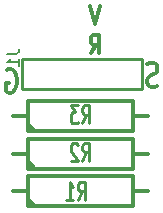
<source format=gbo>
G04 (created by PCBNEW (2013-02-27 BZR 3976)-stable) date 12/03/2013 13:33:29*
%MOIN*%
G04 Gerber Fmt 3.4, Leading zero omitted, Abs format*
%FSLAX34Y34*%
G01*
G70*
G90*
G04 APERTURE LIST*
%ADD10C,2.3622e-006*%
%ADD11C,0.012*%
%ADD12C,0.01*%
%ADD13C,0.008*%
G04 APERTURE END LIST*
G54D10*
G54D11*
X65866Y-28942D02*
X65699Y-29542D01*
X65533Y-28942D01*
X65545Y-30502D02*
X65711Y-30217D01*
X65830Y-30502D02*
X65830Y-29902D01*
X65640Y-29902D01*
X65592Y-29931D01*
X65569Y-29960D01*
X65545Y-30017D01*
X65545Y-30102D01*
X65569Y-30160D01*
X65592Y-30188D01*
X65640Y-30217D01*
X65830Y-30217D01*
X67771Y-31585D02*
X67685Y-31623D01*
X67542Y-31623D01*
X67485Y-31585D01*
X67457Y-31547D01*
X67428Y-31471D01*
X67428Y-31395D01*
X67457Y-31319D01*
X67485Y-31280D01*
X67542Y-31242D01*
X67657Y-31204D01*
X67714Y-31166D01*
X67742Y-31128D01*
X67771Y-31052D01*
X67771Y-30976D01*
X67742Y-30900D01*
X67714Y-30861D01*
X67657Y-30823D01*
X67514Y-30823D01*
X67428Y-30861D01*
X62742Y-31061D02*
X62800Y-31023D01*
X62885Y-31023D01*
X62971Y-31061D01*
X63028Y-31138D01*
X63057Y-31214D01*
X63085Y-31366D01*
X63085Y-31480D01*
X63057Y-31633D01*
X63028Y-31709D01*
X62971Y-31785D01*
X62885Y-31823D01*
X62828Y-31823D01*
X62742Y-31785D01*
X62714Y-31747D01*
X62714Y-31480D01*
X62828Y-31480D01*
G54D12*
X67250Y-30700D02*
X63250Y-30700D01*
X67250Y-31700D02*
X63250Y-31700D01*
X63250Y-31700D02*
X63250Y-30700D01*
X67250Y-30700D02*
X67250Y-31700D01*
G54D11*
X63450Y-35600D02*
X63450Y-34600D01*
X63450Y-34600D02*
X66950Y-34600D01*
X66950Y-34600D02*
X66950Y-35600D01*
X66950Y-35600D02*
X63450Y-35600D01*
X63450Y-35350D02*
X63700Y-35600D01*
X63450Y-35100D02*
X62950Y-35100D01*
X66950Y-35100D02*
X67450Y-35100D01*
X63450Y-34350D02*
X63450Y-33350D01*
X63450Y-33350D02*
X66950Y-33350D01*
X66950Y-33350D02*
X66950Y-34350D01*
X66950Y-34350D02*
X63450Y-34350D01*
X63450Y-34100D02*
X63700Y-34350D01*
X63450Y-33850D02*
X62950Y-33850D01*
X66950Y-33850D02*
X67450Y-33850D01*
X63450Y-33100D02*
X63450Y-32100D01*
X63450Y-32100D02*
X66950Y-32100D01*
X66950Y-32100D02*
X66950Y-33100D01*
X66950Y-33100D02*
X63450Y-33100D01*
X63450Y-32850D02*
X63700Y-33100D01*
X63450Y-32600D02*
X62950Y-32600D01*
X66950Y-32600D02*
X67450Y-32600D01*
G54D13*
X62761Y-30516D02*
X63047Y-30516D01*
X63104Y-30497D01*
X63142Y-30459D01*
X63161Y-30402D01*
X63161Y-30364D01*
X63161Y-30916D02*
X63161Y-30688D01*
X63161Y-30802D02*
X62761Y-30802D01*
X62819Y-30764D01*
X62857Y-30726D01*
X62876Y-30688D01*
G54D12*
X65116Y-35392D02*
X65249Y-35107D01*
X65345Y-35392D02*
X65345Y-34792D01*
X65192Y-34792D01*
X65154Y-34821D01*
X65135Y-34850D01*
X65116Y-34907D01*
X65116Y-34992D01*
X65135Y-35050D01*
X65154Y-35078D01*
X65192Y-35107D01*
X65345Y-35107D01*
X64735Y-35392D02*
X64964Y-35392D01*
X64849Y-35392D02*
X64849Y-34792D01*
X64888Y-34878D01*
X64926Y-34935D01*
X64964Y-34964D01*
X65266Y-34092D02*
X65399Y-33807D01*
X65495Y-34092D02*
X65495Y-33492D01*
X65342Y-33492D01*
X65304Y-33521D01*
X65285Y-33550D01*
X65266Y-33607D01*
X65266Y-33692D01*
X65285Y-33750D01*
X65304Y-33778D01*
X65342Y-33807D01*
X65495Y-33807D01*
X65114Y-33550D02*
X65095Y-33521D01*
X65057Y-33492D01*
X64961Y-33492D01*
X64923Y-33521D01*
X64904Y-33550D01*
X64885Y-33607D01*
X64885Y-33664D01*
X64904Y-33750D01*
X65133Y-34092D01*
X64885Y-34092D01*
X65266Y-32842D02*
X65399Y-32557D01*
X65495Y-32842D02*
X65495Y-32242D01*
X65342Y-32242D01*
X65304Y-32271D01*
X65285Y-32300D01*
X65266Y-32357D01*
X65266Y-32442D01*
X65285Y-32500D01*
X65304Y-32528D01*
X65342Y-32557D01*
X65495Y-32557D01*
X65133Y-32242D02*
X64885Y-32242D01*
X65019Y-32471D01*
X64961Y-32471D01*
X64923Y-32500D01*
X64904Y-32528D01*
X64885Y-32585D01*
X64885Y-32728D01*
X64904Y-32785D01*
X64923Y-32814D01*
X64961Y-32842D01*
X65076Y-32842D01*
X65114Y-32814D01*
X65133Y-32785D01*
M02*

</source>
